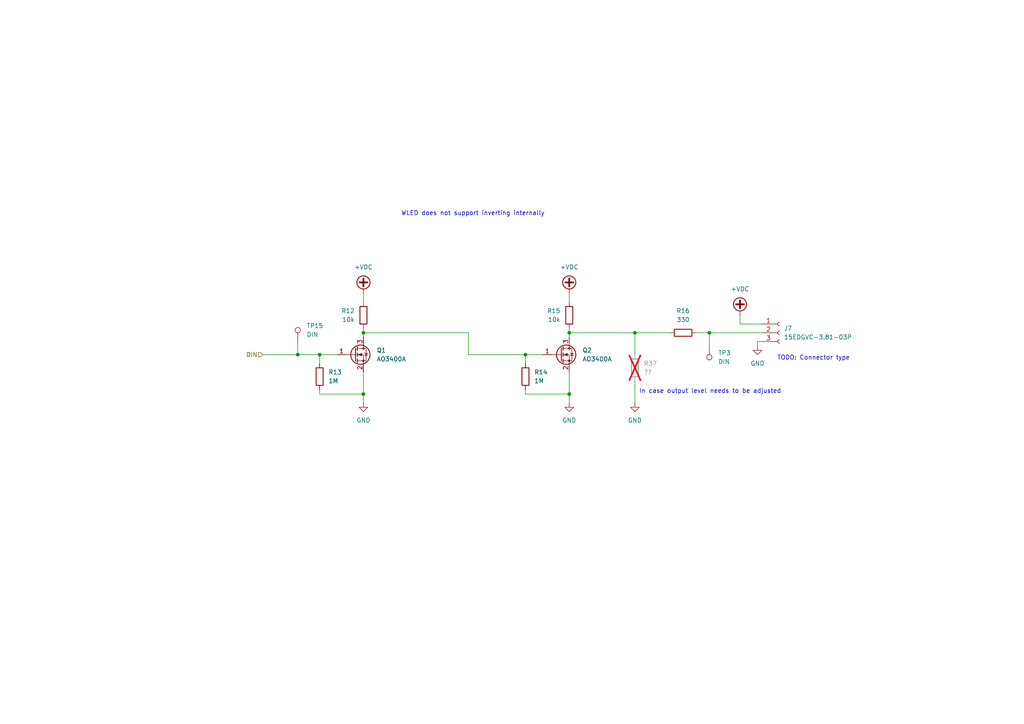
<source format=kicad_sch>
(kicad_sch (version 20231120) (generator "eeschema") (generator_version "8.0")
  (paper "A4")
  (lib_symbols
    (symbol "Connector:Conn_01x03_Socket" (pin_names (offset 1.016) hide)
      (property "Reference" "J" (at 0 5.08 0))
      (property "Value" "Conn_01x03_Socket" (at 0 -5.08 0))
      (symbol "Conn_01x03_Socket_1_1"
        (arc (start 0 -2.032) (mid -0.5058 -2.54) (end 0 -3.048) (stroke (width 0.1524)))
        (polyline (pts (xy -1.27 -2.54) (xy -0.508 -2.54)) (stroke (width 0.1524)))
        (polyline (pts (xy -1.27 0) (xy -0.508 0)) (stroke (width 0.1524)))
        (polyline (pts (xy -1.27 2.54) (xy -0.508 2.54)) (stroke (width 0.1524)))
        (arc (start 0 0.508) (mid -0.5058 0) (end 0 -0.508) (stroke (width 0.1524)))
        (arc (start 0 3.048) (mid -0.5058 2.54) (end 0 2.032) (stroke (width 0.1524)))
        (pin passive line (at -5.08 2.54 0) (length 3.81) (name "Pin_1") (number "1"))
        (pin passive line (at -5.08 0 0) (length 3.81) (name "Pin_2") (number "2"))
        (pin passive line (at -5.08 -2.54 0) (length 3.81) (name "Pin_3") (number "3"))
      )
    )
    (symbol "Connector:TestPoint" (pin_numbers hide) (pin_names (offset 0.762) hide)
      (property "Reference" "TP" (at 0 6.858 0))
      (property "Value" "TestPoint" (at 0 5.08 0))
      (symbol "TestPoint_0_1"
        (circle (center 0 3.302) (radius 0.762))
      )
      (symbol "TestPoint_1_1"
        (pin passive line (at 0 0 90) (length 2.54) (name "1") (number "1"))
      )
    )
    (symbol "Transistor_FET:AO3400A" (pin_names hide)
      (property "Reference" "Q" (at 5.08 1.905 0))
      (property "Value" "AO3400A" (at 5.08 0 0))
      (symbol "AO3400A_0_1"
        (polyline (pts (xy 0.254 0) (xy -2.54 0)))
        (polyline (pts (xy 0.254 1.905) (xy 0.254 -1.905)) (stroke (width 0.254)))
        (polyline (pts (xy 0.762 -1.27) (xy 0.762 -2.286)) (stroke (width 0.254)))
        (polyline (pts (xy 0.762 0.508) (xy 0.762 -0.508)) (stroke (width 0.254)))
        (polyline (pts (xy 0.762 2.286) (xy 0.762 1.27)) (stroke (width 0.254)))
        (polyline (pts (xy 2.54 2.54) (xy 2.54 1.778)))
        (polyline (pts (xy 2.54 -2.54) (xy 2.54 0) (xy 0.762 0)))
        (polyline (pts (xy 0.762 -1.778) (xy 3.302 -1.778) (xy 3.302 1.778) (xy 0.762 1.778)))
        (polyline (pts (xy 1.016 0) (xy 2.032 0.381) (xy 2.032 -0.381) (xy 1.016 0)) (fill (type outline)))
        (polyline (pts (xy 2.794 0.508) (xy 2.921 0.381) (xy 3.683 0.381) (xy 3.81 0.254)))
        (polyline (pts (xy 3.302 0.381) (xy 2.921 -0.254) (xy 3.683 -0.254) (xy 3.302 0.381)))
        (circle (center 1.651 0) (radius 2.794) (stroke (width 0.254)))
        (circle (center 2.54 -1.778) (radius 0.254) (fill (type outline)))
        (circle (center 2.54 1.778) (radius 0.254) (fill (type outline)))
      )
      (symbol "AO3400A_1_1"
        (pin input line (at -5.08 0 0) (length 2.54) (name "G") (number "1"))
        (pin passive line (at 2.54 -5.08 90) (length 2.54) (name "S") (number "2"))
        (pin passive line (at 2.54 5.08 270) (length 2.54) (name "D") (number "3"))
      )
    )
    (symbol "power:+VDC" (power) (pin_numbers hide) (pin_names (offset 0) hide)
      (property "Value" "+VDC" (at 0 6.35 0))
      (symbol "+VDC_0_1"
        (polyline (pts (xy -1.143 3.175) (xy 1.143 3.175)) (stroke (width 0.508)))
        (polyline (pts (xy 0 0) (xy 0 1.27)))
        (polyline (pts (xy 0 2.032) (xy 0 4.318)) (stroke (width 0.508)))
        (circle (center 0 3.175) (radius 1.905) (stroke (width 0.254)))
      )
      (symbol "+VDC_1_1"
        (pin power_in line (at 0 0 90) (length 0) (name "~") (number "1"))
      )
    )
    (symbol "power:GND" (power) (pin_numbers hide) (pin_names (offset 0) hide)
      (property "Value" "GND" (at 0 -3.81 0))
      (symbol "GND_0_1"
        (polyline (pts (xy 0 0) (xy 0 -1.27) (xy 1.27 -1.27) (xy 0 -2.54) (xy -1.27 -1.27) (xy 0 -1.27)))
      )
      (symbol "GND_1_1"
        (pin power_in line (at 0 0 270) (length 0) (name "~") (number "1"))
      )
    )
    (symbol "rflib:R" (pin_numbers hide) (pin_names (offset 0))
      (property "Reference" "R" (at 2.032 0 90))
      (property "Value" "R" (at 0 0 90))
      (symbol "R_0_1"
        (rectangle (start -1.016 -2.54) (end 1.016 2.54) (stroke (width 0.254)))
      )
      (symbol "R_1_1"
        (pin passive line (at 0 3.81 270) (length 1.27) (name "~") (number "1"))
        (pin passive line (at 0 -3.81 90) (length 1.27) (name "~") (number "2"))
      )
    )
  )
  (junction (at 86.36 102.87))
  (junction (at 92.71 102.87))
  (junction (at 165.1 96.52))
  (junction (at 152.4 102.87))
  (junction (at 205.74 96.52))
  (junction (at 165.1 114.3))
  (junction (at 105.41 96.52))
  (junction (at 105.41 114.3))
  (junction (at 184.15 96.52))
  (wire (pts (xy 86.36 99.06) (xy 86.36 102.87)))
  (wire (pts (xy 165.1 114.3) (xy 165.1 107.95)))
  (wire (pts (xy 214.63 93.98) (xy 220.98 93.98)))
  (wire (pts (xy 92.71 102.87) (xy 92.71 105.41)))
  (wire (pts (xy 92.71 114.3) (xy 92.71 113.03)))
  (wire (pts (xy 86.36 102.87) (xy 92.71 102.87)))
  (wire (pts (xy 184.15 110.49) (xy 184.15 116.84)))
  (wire (pts (xy 165.1 85.09) (xy 165.1 87.63)))
  (wire (pts (xy 152.4 114.3) (xy 152.4 113.03)))
  (wire (pts (xy 219.71 99.06) (xy 220.98 99.06)))
  (wire (pts (xy 205.74 96.52) (xy 205.74 100.33)))
  (wire (pts (xy 165.1 116.84) (xy 165.1 114.3)))
  (wire (pts (xy 184.15 96.52) (xy 184.15 102.87)))
  (wire (pts (xy 214.63 91.44) (xy 214.63 93.98)))
  (wire (pts (xy 97.79 102.87) (xy 92.71 102.87)))
  (wire (pts (xy 165.1 95.25) (xy 165.1 96.52)))
  (wire (pts (xy 105.41 96.52) (xy 105.41 97.79)))
  (wire (pts (xy 105.41 114.3) (xy 105.41 107.95)))
  (wire (pts (xy 201.93 96.52) (xy 205.74 96.52)))
  (wire (pts (xy 165.1 96.52) (xy 184.15 96.52)))
  (wire (pts (xy 105.41 95.25) (xy 105.41 96.52)))
  (wire (pts (xy 105.41 85.09) (xy 105.41 87.63)))
  (wire (pts (xy 135.89 96.52) (xy 135.89 102.87)))
  (wire (pts (xy 152.4 102.87) (xy 152.4 105.41)))
  (wire (pts (xy 135.89 102.87) (xy 152.4 102.87)))
  (wire (pts (xy 105.41 116.84) (xy 105.41 114.3)))
  (wire (pts (xy 157.48 102.87) (xy 152.4 102.87)))
  (wire (pts (xy 219.71 100.33) (xy 219.71 99.06)))
  (wire (pts (xy 205.74 96.52) (xy 220.98 96.52)))
  (wire (pts (xy 105.41 96.52) (xy 135.89 96.52)))
  (wire (pts (xy 105.41 114.3) (xy 92.71 114.3)))
  (wire (pts (xy 165.1 96.52) (xy 165.1 97.79)))
  (wire (pts (xy 184.15 96.52) (xy 194.31 96.52)))
  (wire (pts (xy 165.1 114.3) (xy 152.4 114.3)))
  (wire (pts (xy 76.2 102.87) (xy 86.36 102.87)))
  (text "TODO: Connector type" (at 235.966 103.886 0) (effects (font (size 1.27 1.27))))
  (text "WLED does not support inverting internally" (at 137.16 61.976 0) (effects (font (size 1.27 1.27))))
  (text "In case output level needs to be adjusted" (at 205.994 113.538 0) (effects (font (size 1.27 1.27))))
  (hierarchical_label "DIN" (shape input) (at 76.2 102.87 180))
  (symbol (lib_id "rflib:R") (at 165.1 91.44 0) (unit 1)
    (property "Reference" "R15" (at 162.56 90.1699 0) (effects (justify right)))
    (property "Value" "10k" (at 162.56 92.7099 0) (effects (justify right)))
    (property "Footprint" "Resistor_SMD:R_0603_1608Metric" (effects (hide yes)))
    (property "Description" "Resistor" (effects (hide yes)))
    (property "LCSC" "C25804" (effects (hide yes)))
    (instances (project "silence" (path "" (reference "R15") (unit 1)) (path "" (reference "R20") (unit 1))))
  )
  (symbol (lib_id "power:+VDC") (at 165.1 85.09 0) (unit 1)
    (property "Reference" "#PWR025" (effects (hide yes)))
    (property "Value" "+VDC" (at 165.1 77.47 0))
    (property "Description" "Power symbol creates a global label with name \"+VDC\"" (effects (hide yes)))
    (instances (project "silence" (path "" (reference "#PWR025") (unit 1)) (path "" (reference "#PWR029") (unit 1))))
  )
  (symbol (lib_id "rflib:R") (at 198.12 96.52 90) (unit 1)
    (property "Reference" "R16" (at 198.12 90.17 90))
    (property "Value" "330" (at 198.12 92.71 90))
    (property "Footprint" "Resistor_SMD:R_0603_1608Metric" (effects (hide yes)))
    (property "Description" "Resistor" (effects (hide yes)))
    (property "LCSC" "C23138" (effects (hide yes)))
    (instances (project "silence" (path "" (reference "R16") (unit 1)) (path "" (reference "R21") (unit 1))))
  )
  (symbol (lib_id "power:+VDC") (at 105.41 85.09 0) (unit 1)
    (property "Reference" "#PWR0101" (effects (hide yes)))
    (property "Value" "+VDC" (at 105.41 77.47 0))
    (property "Description" "Power symbol creates a global label with name \"+VDC\"" (effects (hide yes)))
    (instances (project "silence" (path "" (reference "#PWR0101") (unit 1)) (path "" (reference "#PWR027") (unit 1))))
  )
  (symbol (lib_id "Transistor_FET:AO3400A") (at 102.87 102.87 0) (unit 1)
    (property "Reference" "Q1" (at 109.22 101.5999 0) (effects (justify left)))
    (property "Value" "AO3400A" (at 109.22 104.1399 0) (effects (justify left)))
    (property "Footprint" "Package_TO_SOT_SMD:SOT-23" (effects (hide yes)))
    (property "Datasheet" "http://www.aosmd.com/pdfs/datasheet/AO3400A.pdf" (effects (hide yes)))
    (property "Description" "30V Vds, 5.7A Id, N-Channel MOSFET, SOT-23" (effects (hide yes)))
    (instances (project "silence" (path "" (reference "Q1") (unit 1)) (path "" (reference "Q3") (unit 1))))
  )
  (symbol (lib_id "Connector:TestPoint") (at 86.36 99.06 0) (unit 1)
    (property "Reference" "TP15" (at 88.9 94.4879 0) (effects (justify left)))
    (property "Value" "DIN" (at 88.9 97.0279 0) (effects (justify left)))
    (property "Footprint" "meteopress_footprints:TestPoint_THTPad_D1.5mm_Drill0.7mm" (effects (hide yes)))
    (property "Description" "test point" (effects (hide yes)))
    (instances (project "silence" (path "" (reference "TP15") (unit 1)) (path "" (reference "TP2") (unit 1))))
  )
  (symbol (lib_id "power:GND") (at 165.1 116.84 0) (unit 1)
    (property "Reference" "#PWR026" (effects (hide yes)))
    (property "Value" "GND" (at 165.1 121.92 0))
    (property "Description" "Power symbol creates a global label with name \"GND\" , ground" (effects (hide yes)))
    (instances (project "silence" (path "" (reference "#PWR026") (unit 1)) (path "" (reference "#PWR030") (unit 1))))
  )
  (symbol (lib_id "power:GND") (at 219.71 100.33 0) (unit 1)
    (property "Reference" "#PWR023" (effects (hide yes)))
    (property "Value" "GND" (at 219.71 105.41 0))
    (property "Description" "Power symbol creates a global label with name \"GND\" , ground" (effects (hide yes)))
    (instances (project "silence" (path "" (reference "#PWR023") (unit 1)) (path "" (reference "#PWR032") (unit 1))))
  )
  (symbol (lib_id "rflib:R") (at 152.4 109.22 180) (unit 1)
    (property "Reference" "R14" (at 154.94 107.9499 0) (effects (justify right)))
    (property "Value" "1M" (at 154.94 110.4899 0) (effects (justify right)))
    (property "Footprint" "Resistor_SMD:R_0603_1608Metric" (effects (hide yes)))
    (property "Description" "Resistor" (effects (hide yes)))
    (property "LCSC" "C22935" (effects (hide yes)))
    (instances (project "silence" (path "" (reference "R14") (unit 1)) (path "" (reference "R19") (unit 1))))
  )
  (symbol (lib_id "rflib:R") (at 105.41 91.44 0) (unit 1)
    (property "Reference" "R12" (at 102.87 90.1699 0) (effects (justify right)))
    (property "Value" "10k" (at 102.87 92.7099 0) (effects (justify right)))
    (property "Footprint" "Resistor_SMD:R_0603_1608Metric" (effects (hide yes)))
    (property "Description" "Resistor" (effects (hide yes)))
    (property "LCSC" "C25804" (effects (hide yes)))
    (instances (project "silence" (path "" (reference "R12") (unit 1)) (path "" (reference "R18") (unit 1))))
  )
  (symbol (lib_id "Connector:Conn_01x03_Socket") (at 226.06 96.52 0) (unit 1)
    (property "Reference" "J7" (at 227.33 95.2499 0) (effects (justify left)))
    (property "Value" "15EDGVC-3.81-03P" (at 227.33 97.7899 0) (effects (justify left)))
    (property "Footprint" "Connector_Phoenix_MC:PhoenixContact_MCV_1,5_3-G-3.81_1x03_P3.81mm_Vertical" (effects (hide yes)))
    (property "Description" "Generic connector, single row, 01x03, script generated" (effects (hide yes)))
    (instances (project "silence" (path "" (reference "J7") (unit 1)) (path "" (reference "J4") (unit 1))))
  )
  (symbol (lib_id "rflib:R") (at 184.15 106.68 0) (unit 1) (dnp yes)
    (property "Reference" "R37" (at 186.69 105.4099 0) (effects (justify left)))
    (property "Value" "??" (at 186.69 107.9499 0) (effects (justify left)))
    (property "Footprint" "Resistor_SMD:R_0603_1608Metric" (effects (hide yes)))
    (property "Description" "Resistor" (effects (hide yes)))
    (instances (project "silence" (path "" (reference "R37") (unit 1)) (path "" (reference "R36") (unit 1))))
  )
  (symbol (lib_id "power:+VDC") (at 214.63 91.44 0) (unit 1)
    (property "Reference" "#PWR022" (effects (hide yes)))
    (property "Value" "+VDC" (at 214.63 83.82 0))
    (property "Description" "Power symbol creates a global label with name \"+VDC\"" (effects (hide yes)))
    (instances (project "silence" (path "" (reference "#PWR022") (unit 1)) (path "" (reference "#PWR031") (unit 1))))
  )
  (symbol (lib_id "power:GND") (at 184.15 116.84 0) (unit 1)
    (property "Reference" "#PWR080" (effects (hide yes)))
    (property "Value" "GND" (at 184.15 121.92 0))
    (property "Description" "Power symbol creates a global label with name \"GND\" , ground" (effects (hide yes)))
    (instances (project "silence" (path "" (reference "#PWR080") (unit 1)) (path "" (reference "#PWR079") (unit 1))))
  )
  (symbol (lib_id "power:GND") (at 105.41 116.84 0) (unit 1)
    (property "Reference" "#PWR024" (effects (hide yes)))
    (property "Value" "GND" (at 105.41 121.92 0))
    (property "Description" "Power symbol creates a global label with name \"GND\" , ground" (effects (hide yes)))
    (instances (project "silence" (path "" (reference "#PWR024") (unit 1)) (path "" (reference "#PWR028") (unit 1))))
  )
  (symbol (lib_id "rflib:R") (at 92.71 109.22 180) (unit 1)
    (property "Reference" "R13" (at 95.25 107.9499 0) (effects (justify right)))
    (property "Value" "1M" (at 95.25 110.4899 0) (effects (justify right)))
    (property "Footprint" "Resistor_SMD:R_0603_1608Metric" (effects (hide yes)))
    (property "Description" "Resistor" (effects (hide yes)))
    (property "LCSC" "C22935" (effects (hide yes)))
    (instances (project "silence" (path "" (reference "R13") (unit 1)) (path "" (reference "R17") (unit 1))))
  )
  (symbol (lib_id "Connector:TestPoint") (at 205.74 100.33 180) (unit 1)
    (property "Reference" "TP3" (at 208.28 102.3619 0) (effects (justify right)))
    (property "Value" "DIN" (at 208.28 104.9019 0) (effects (justify right)))
    (property "Footprint" "meteopress_footprints:TestPoint_THTPad_D1.5mm_Drill0.7mm" (effects (hide yes)))
    (property "Description" "test point" (effects (hide yes)))
    (instances (project "silence" (path "" (reference "TP3") (unit 1)) (path "" (reference "TP1") (unit 1))))
  )
  (symbol (lib_id "Transistor_FET:AO3400A") (at 162.56 102.87 0) (unit 1)
    (property "Reference" "Q2" (at 168.91 101.5999 0) (effects (justify left)))
    (property "Value" "AO3400A" (at 168.91 104.1399 0) (effects (justify left)))
    (property "Footprint" "Package_TO_SOT_SMD:SOT-23" (effects (hide yes)))
    (property "Datasheet" "http://www.aosmd.com/pdfs/datasheet/AO3400A.pdf" (effects (hide yes)))
    (property "Description" "30V Vds, 5.7A Id, N-Channel MOSFET, SOT-23" (effects (hide yes)))
    (instances (project "silence" (path "" (reference "Q2") (unit 1)) (path "" (reference "Q4") (unit 1))))
  )
)
</source>
